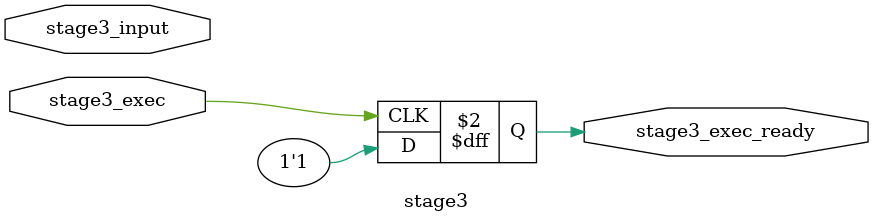
<source format=v>
`timescale 1ns / 1ps

module cpu4 (
    input rst,
    output reg stage4_data
);

  wire [7:0] stage2_input;
  wire stage2_exec;
  wire stage2_exec_ready;
  wire [7:0] stage3_input;
  wire stage3_exec;
  wire stage3_exec_ready;

  stage1 stage1 (
      .rst(rst),
	//in
      .stage2_input(stage2_input),
	//out
      .stage2_exec(stage2_exec),
      .stage2_exec_ready(stage2_exec_ready)
  );
  stage2 stage2 (
	//in
      .stage2_exec(stage2_exec),
      .stage2_input(stage2_input),
      .stage2_exec_ready(stage2_exec_ready),
	//out
      .stage3_input(stage3_input),
      .stage3_exec(stage3_exec),
      .stage3_exec_ready(stage3_exec_ready)
  );
  stage3 stage3 (
	//in
      .stage3_exec(stage3_exec),
      .stage3_input(stage3_input),
	//out
      .stage3_exec_ready(stage3_exec_ready)
  );

endmodule

module stage1 (
    output reg [7:0] stage2_input,
    input rst,
    output reg stage2_exec,
    input stage2_exec_ready
);

  reg [7:0] stage1_input = 0;
  reg stage1_start = 0;

  always @(posedge rst ) begin
    stage1_start <= 1;
  end

  always @(posedge stage2_exec_ready) begin
    stage1_start <= 1;
  end

  always @( posedge stage1_start) begin
    stage1_start <= 0;
    stage2_exec <= 0;
    $display( " stage1 start ", stage1_input);
    #1 $display( " stage1 end   ", stage1_input);
    stage2_input <= stage1_input;
    stage1_input<=stage1_input+1;
    stage2_exec <= 1;
  end
endmodule

module stage2 (
    input [7:0] stage2_input,
    output reg [7:0] stage3_input,
    input stage2_exec,
    output reg stage2_exec_ready,
    output reg stage3_exec,
    input stage3_exec_ready
);

  reg stage2_start = 0;
  reg first_run = 1;
  reg [7:0] inp;

  always @(posedge stage2_exec) begin
    if (stage3_exec_ready || first_run) begin
        inp <= stage2_input;
        first_run <= 0;
	stage2_start <= 1;
    end
  end

  always @(posedge stage3_exec_ready) begin
    if ((stage3_exec_ready || first_run) && stage2_exec) begin
        inp <= stage2_input;
        first_run <= 0;
	stage2_start <= 1;
    end
  end

  always @(posedge stage2_start) begin
    stage2_start <= 0;
    stage3_exec <= 0;
    stage2_exec_ready <= 0;
    $display( " stage2 start ", inp);
    #3 $display( " stage2 end   ", inp);
    stage2_exec_ready <= 1;
    stage3_input <= inp;
    stage3_exec  <= 1;
  end
endmodule

module stage3 (
    input stage3_exec,
    input [7:0] stage3_input,
    output reg stage3_exec_ready
);

  reg [7:0] inp;
  always @(posedge stage3_exec) begin
    stage3_exec_ready <= 0;
    inp <= stage3_input;
    $display( " stage3 start ", inp);
    #2 $display( " stage3 end   ", inp, "*");
    stage3_exec_ready <= 1;
  end
endmodule

</source>
